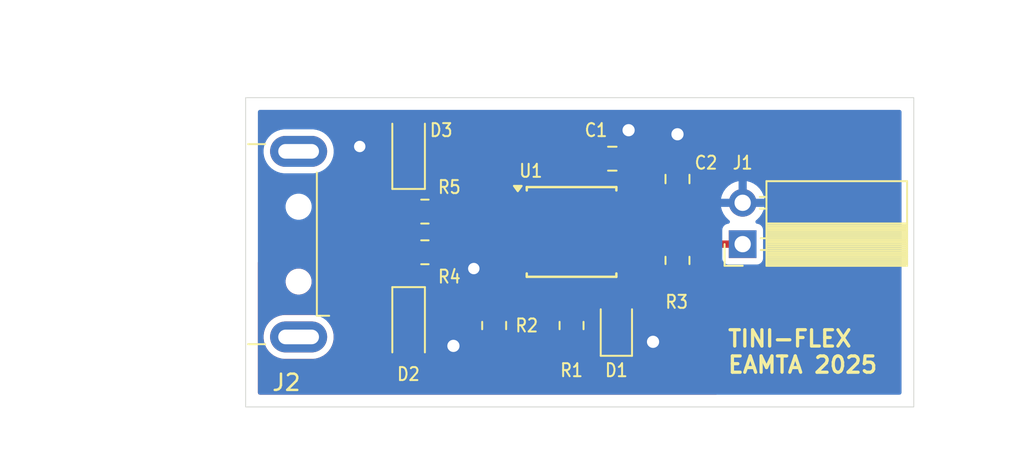
<source format=kicad_pcb>
(kicad_pcb (version 20240108) (generator "pcbnew") (generator_version "8.0")
  (title_block (title "TINI Flex - Lectura de sensor flex por USB con Attiny85") (date "2025-02-17") (rev "1.1"))
  (layers (0 "F.Cu" signal "1-F.Cu") (31 "B.Cu" signal "2-B.Cu") (34 "B.Paste" user) (35 "F.Paste" user) (36 "B.SilkS" user "B.Silkscreen") (37 "F.SilkS" user "5-F.Silkscreen") (38 "B.Mask" user "4-B.Mask") (39 "F.Mask" user "3-F.Mask") (44 "Edge.Cuts" user))
  (net 0 "")
  (net 1 "GND")
  (net 2 "+5V")
  (net 3 "Net-(U1-XTAL1{slash}PB3)")
  (net 6 "Net-(U1-XTAL2{slash}PB4)")
  (net 8 "Net-(J1-Pin_1)")
  (net 9 "Net-(D1-A)")
  (net 10 "Net-(D2-K)")
  (net 11 "Net-(D3-K)")
  (footprint "Connector_USB:USB_A_CNCTech_1001-011-01101_Horizontal" (layer "F.Cu") (at 175.35 111 180)
    (property "Reference" "J2" (at -6.15 -8.5 180) (layer "F.SilkS"))
    (property "Value" "USB_A")
    (fp_line (start -4.85 6.145) (end -3.8 6.145) (stroke (width 0.12)) (layer "F.SilkS"))
    (fp_line (start -4.85 -6.145) (end -3.8 -6.145) (stroke (width 0.12)) (layer "F.SilkS"))
    (fp_line (start -8.02 -4.4) (end -8.02 4.4) (stroke (width 0.12)) (layer "F.SilkS"))
    (fp_line (start -8.02 -4.4) (end -8.775 -4.4) (stroke (width 0.12)) (layer "F.SilkS"))
    (pad "" np_thru_hole circle (at -6.9 -2.3 180) (size 1.1 1.1) (drill 1.1) (layers "*.Cu" "*.Mask"))
    (pad "" np_thru_hole circle (at -6.9 2.3 180) (size 1.1 1.1) (drill 1.1) (layers "*.Cu" "*.Mask"))
    (pad "1" smd rect (at -9.65 -3.5 180) (size 2.5 1.1) (layers "F.Cu" "F.Paste" "F.Mask") (net 2 "+5V"))
    (pad "2" smd rect (at -9.65 -1 180) (size 2.5 1.1) (layers "F.Cu" "F.Paste" "F.Mask") (net 10 "Net-(D2-K)"))
    (pad "3" smd rect (at -9.65 1 180) (size 2.5 1.1) (layers "F.Cu" "F.Paste" "F.Mask") (net 11 "Net-(D3-K)"))
    (pad "4" smd rect (at -9.65 3.5 180) (size 2.5 1.1) (layers "F.Cu" "F.Paste" "F.Mask") (net 1 "GND"))
    (pad "5" thru_hole oval (at -6.9 -5.7 180) (size 3.5 1.9) (drill oval 2.5 0.9) (layers "*.Cu" "*.Mask"))
    (pad "5" thru_hole oval (at -6.9 5.7 180) (size 3.5 1.9) (drill oval 2.5 0.9) (layers "*.Cu" "*.Mask"))
  )
  (footprint "Resistor_SMD:R_0805_2012Metric_Pad1.20x1.40mm_HandSolder" (layer "F.Cu") (at 205.5 112 -90)
    (property "Reference" "R3" (at 2.55 0.05 180) (layer "F.SilkS") (effects (font (size 0.8 0.7) (thickness 0.12) (bold yes))))
    (property "Value" "1K5")
    (fp_line (start -0.227064 0.735) (end 0.227064 0.735) (stroke (width 0.12)) (layer "F.SilkS"))
    (fp_line (start -0.227064 -0.735) (end 0.227064 -0.735) (stroke (width 0.12)) (layer "F.SilkS"))
    (pad "1" smd roundrect (at -1 0 270) (size 1.2 1.4) (layers "F.Cu" "F.Paste" "F.Mask") (roundrect_rratio 0.208333) (net 8 "Net-(J1-Pin_1)"))
    (pad "2" smd roundrect (at 1 0 270) (size 1.2 1.4) (layers "F.Cu" "F.Paste" "F.Mask") (roundrect_rratio 0.208333) (net 2 "+5V"))
  )
  (footprint "Diode_SMD:D_SOD-123" (layer "F.Cu") (at 189 116 -90)
    (property "Reference" "D2" (at 2.9856 0.0122 0) (layer "F.SilkS") (effects (font (size 0.8 0.7) (thickness 0.12) (bold yes))))
    (property "Value" "3V6")
    (fp_line (start -2.36 1) (end 1.65 1) (stroke (width 0.12)) (layer "F.SilkS"))
    (fp_line (start -2.36 -1) (end -2.36 1) (stroke (width 0.12)) (layer "F.SilkS"))
    (fp_line (start -2.36 -1) (end 1.65 -1) (stroke (width 0.12)) (layer "F.SilkS"))
    (pad "1" smd roundrect (at -1.65 0 270) (size 0.9 1.2) (layers "F.Cu" "F.Paste" "F.Mask") (net 10 "Net-(D2-K)"))
    (pad "2" smd roundrect (at 1.65 0 270) (size 0.9 1.2) (layers "F.Cu" "F.Paste" "F.Mask") (net 1 "GND"))
  )
  (footprint "Resistor_SMD:R_0805_2012Metric_Pad1.20x1.40mm_HandSolder" (layer "F.Cu") (at 194.25 116 90)
    (property "Reference" "R2" (at 0 2 0) (layer "F.SilkS") (effects (font (size 0.8 0.7) (thickness 0.12) (bold yes))))
    (property "Value" "1K5")
    (fp_line (start -0.227064 -0.735) (end 0.227064 -0.735) (stroke (width 0.12)) (layer "F.SilkS"))
    (fp_line (start -0.227064 0.735) (end 0.227064 0.735) (stroke (width 0.12)) (layer "F.SilkS"))
    (pad "1" smd roundrect (at -1 0 90) (size 1.2 1.4) (layers "F.Cu" "F.Paste" "F.Mask") (roundrect_rratio 0.208333) (net 2 "+5V"))
    (pad "2" smd roundrect (at 1 0 90) (size 1.2 1.4) (layers "F.Cu" "F.Paste" "F.Mask") (roundrect_rratio 0.208333) (net 10 "Net-(D2-K)"))
  )
  (footprint "LED_SMD:LED_0805_2012Metric_Pad1.15x1.40mm_HandSolder" (layer "F.Cu") (at 201.75 116 90)
    (property "Reference" "D1" (at -2.75 0 0) (layer "F.SilkS") (effects (font (size 0.8 0.7) (thickness 0.12) (bold yes))))
    (property "Value" "LED ROJO" (hide yes))
    (fp_line (start 1 -0.96) (end -1.86 -0.96) (stroke (width 0.12)) (layer "F.SilkS"))
    (fp_line (start -1.86 -0.96) (end -1.86 0.96) (stroke (width 0.12)) (layer "F.SilkS"))
    (fp_line (start -1.86 0.96) (end 1 0.96) (stroke (width 0.12)) (layer "F.SilkS"))
    (pad "1" smd roundrect (at -1.025 0 90) (size 1.15 1.4) (layers "F.Cu" "F.Paste" "F.Mask") (roundrect_rratio 0.217391) (net 1 "GND"))
    (pad "2" smd roundrect (at 1.025 0 90) (size 1.15 1.4) (layers "F.Cu" "F.Paste" "F.Mask") (roundrect_rratio 0.217391) (net 9 "Net-(D1-A)"))
  )
  (footprint "Capacitor_SMD:C_0805_2012Metric_Pad1.18x1.45mm_HandSolder" (layer "F.Cu") (at 201.5 105.75)
    (property "Reference" "C1" (at -1 -1.75 0) (layer "F.SilkS") (effects (font (size 0.8 0.7) (thickness 0.12) (bold yes))))
    (property "Value" "0.1 uF")
    (fp_line (start -0.261252 -0.735) (end 0.261252 -0.735) (stroke (width 0.12)) (layer "F.SilkS"))
    (fp_line (start -0.261252 0.735) (end 0.261252 0.735) (stroke (width 0.12)) (layer "F.SilkS"))
    (pad "1" smd roundrect (at -1.0375 0) (size 1.175 1.45) (layers "F.Cu" "F.Paste" "F.Mask") (roundrect_rratio 0.212766) (net 2 "+5V"))
    (pad "2" smd roundrect (at 1.0375 0) (size 1.175 1.45) (layers "F.Cu" "F.Paste" "F.Mask") (roundrect_rratio 0.212766) (net 1 "GND"))
  )
  (footprint "Capacitor_SMD:C_0805_2012Metric_Pad1.18x1.45mm_HandSolder" (layer "F.Cu") (at 205.5 107 90)
    (property "Reference" "C2" (at 1 1.75 180) (layer "F.SilkS") (effects (font (size 0.8 0.7) (thickness 0.12) (bold yes))))
    (property "Value" "1uf" (hide yes))
    (fp_line (start -0.261252 -0.735) (end 0.261252 -0.735) (stroke (width 0.12)) (layer "F.SilkS"))
    (fp_line (start -0.261252 0.735) (end 0.261252 0.735) (stroke (width 0.12)) (layer "F.SilkS"))
    (pad "1" smd roundrect (at -1.0375 0 90) (size 1.175 1.45) (layers "F.Cu" "F.Paste" "F.Mask") (roundrect_rratio 0.212766) (net 8 "Net-(J1-Pin_1)"))
    (pad "2" smd roundrect (at 1.0375 0 90) (size 1.175 1.45) (layers "F.Cu" "F.Paste" "F.Mask") (roundrect_rratio 0.212766) (net 1 "GND"))
  )
  (footprint "Resistor_SMD:R_0805_2012Metric_Pad1.20x1.40mm_HandSolder" (layer "F.Cu") (at 199 116 -90)
    (property "Reference" "R1" (at 2.75 0 180) (layer "F.SilkS") (effects (font (size 0.8 0.7) (thickness 0.12) (bold yes))))
    (property "Value" "220")
    (fp_line (start -0.227064 0.735) (end 0.227064 0.735) (stroke (width 0.12)) (layer "F.SilkS"))
    (fp_line (start -0.227064 -0.735) (end 0.227064 -0.735) (stroke (width 0.12)) (layer "F.SilkS"))
    (pad "1" smd roundrect (at -1 0 270) (size 1.2 1.4) (layers "F.Cu" "F.Paste" "F.Mask") (roundrect_rratio 0.208333) (net 9 "Net-(D1-A)"))
    (pad "2" smd roundrect (at 1 0 270) (size 1.2 1.4) (layers "F.Cu" "F.Paste" "F.Mask") (roundrect_rratio 0.208333) (net 2 "+5V"))
  )
  (footprint "Resistor_SMD:R_0805_2012Metric_Pad1.20x1.40mm_HandSolder" (layer "F.Cu") (at 190 111.5)
    (property "Reference" "R4" (at 1.5 1.5 180) (layer "F.SilkS") (effects (font (size 0.8 0.7) (thickness 0.12) (bold yes))))
    (property "Value" "68R")
    (fp_line (start -0.227064 -0.735) (end 0.227064 -0.735) (stroke (width 0.12)) (layer "F.SilkS"))
    (fp_line (start -0.227064 0.735) (end 0.227064 0.735) (stroke (width 0.12)) (layer "F.SilkS"))
    (pad "1" smd roundrect (at -1 0) (size 1.2 1.4) (layers "F.Cu" "F.Paste" "F.Mask") (roundrect_rratio 0.208333) (net 10 "Net-(D2-K)"))
    (pad "2" smd roundrect (at 1 0) (size 1.2 1.4) (layers "F.Cu" "F.Paste" "F.Mask") (roundrect_rratio 0.208333) (net 3 "Net-(U1-XTAL1{slash}PB3)"))
  )
  (footprint "Diode_SMD:D_SOD-123" (layer "F.Cu") (at 189 105.25 90)
    (property "Reference" "D3" (at 1.25 2 180) (layer "F.SilkS") (effects (font (size 0.8 0.7) (thickness 0.12) (bold yes))))
    (property "Value" "3V6")
    (fp_line (start -2.36 -1) (end 1.65 -1) (stroke (width 0.12)) (layer "F.SilkS"))
    (fp_line (start -2.36 -1) (end -2.36 1) (stroke (width 0.12)) (layer "F.SilkS"))
    (fp_line (start -2.36 1) (end 1.65 1) (stroke (width 0.12)) (layer "F.SilkS"))
    (pad "1" smd roundrect (at -1.65 0 90) (size 0.9 1.2) (layers "F.Cu" "F.Paste" "F.Mask") (net 11 "Net-(D3-K)"))
    (pad "2" smd roundrect (at 1.65 0 90) (size 0.9 1.2) (layers "F.Cu" "F.Paste" "F.Mask") (net 1 "GND"))
  )
  (footprint "Package_SO:SOIC-8W_5.3x5.3mm_P1.27mm" (layer "F.Cu") (at 199 110.25)
    (property "Reference" "U1" (at -2.5 -3.75 0) (layer "F.SilkS") (effects (font (size 0.8 0.7) (thickness 0.12) (bold yes))))
    (property "Value" "ATtiny85-20SF" (hide yes))
    (fp_line (start -2.75 -2.755) (end -2.75 -2.55) (stroke (width 0.15)) (layer "F.SilkS"))
    (fp_line (start -2.75 -2.755) (end 2.75 -2.755) (stroke (width 0.15)) (layer "F.SilkS"))
    (fp_line (start -2.75 2.755) (end -2.75 2.55) (stroke (width 0.15)) (layer "F.SilkS"))
    (fp_line (start -2.75 2.755) (end 2.75 2.755) (stroke (width 0.15)) (layer "F.SilkS"))
    (fp_line (start 2.75 -2.755) (end 2.75 -2.55) (stroke (width 0.15)) (layer "F.SilkS"))
    (fp_line (start 2.75 2.755) (end 2.75 2.55) (stroke (width 0.15)) (layer "F.SilkS"))
    (fp_poly (pts (xy -3.3 -2.5) (xy -3.54 -2.83) (xy -3.06 -2.83) (xy -3.3 -2.5)) (stroke (width 0.12)) (fill solid) (layer "F.SilkS"))
    (pad "1" smd rect (at -3.65 -1.905) (size 1.7 0.65) (layers "F.Cu" "F.Paste" "F.Mask"))
    (pad "2" smd rect (at -3.65 -0.635) (size 1.7 0.65) (layers "F.Cu" "F.Paste" "F.Mask") (net 3 "Net-(U1-XTAL1{slash}PB3)"))
    (pad "3" smd rect (at -3.65 0.635) (size 1.7 0.65) (layers "F.Cu" "F.Paste" "F.Mask") (net 6 "Net-(U1-XTAL2{slash}PB4)"))
    (pad "4" smd rect (at -3.65 1.905) (size 1.7 0.65) (layers "F.Cu" "F.Paste" "F.Mask") (net 1 "GND"))
    (pad "5" smd rect (at 3.65 1.905) (size 1.7 0.65) (layers "F.Cu" "F.Paste" "F.Mask"))
    (pad "6" smd rect (at 3.65 0.635) (size 1.7 0.65) (layers "F.Cu" "F.Paste" "F.Mask"))
    (pad "7" smd rect (at 3.65 -0.635) (size 1.7 0.65) (layers "F.Cu" "F.Paste" "F.Mask") (net 8 "Net-(J1-Pin_1)"))
    (pad "8" smd rect (at 3.65 -1.905) (size 1.7 0.65) (layers "F.Cu" "F.Paste" "F.Mask") (net 2 "+5V"))
  )
  (footprint "Connector_PinSocket_2.54mm:PinSocket_1x02_P2.54mm_Horizontal" (layer "F.Cu") (at 209.5 111 180)
    (property "Reference" "J1" (at 0 5 0) (layer "F.SilkS") (effects (font (size 0.8 0.7) (thickness 0.12) (bold yes))))
    (property "Value" "Conn_01x02" (hide yes))
    (fp_line (start 1.11 -1.33) (end 1.11 0) (stroke (width 0.12)) (layer "F.SilkS"))
    (fp_line (start 0 -1.33) (end 1.11 -1.33) (stroke (width 0.12)) (layer "F.SilkS"))
    (fp_line (start -1.46 2.9) (end -1.05 2.9) (stroke (width 0.12)) (layer "F.SilkS"))
    (fp_line (start -1.46 2.18) (end -1.05 2.18) (stroke (width 0.12)) (layer "F.SilkS"))
    (fp_line (start -1.46 0.36) (end -1.11 0.36) (stroke (width 0.12)) (layer "F.SilkS"))
    (fp_line (start -1.46 -0.36) (end -1.11 -0.36) (stroke (width 0.12)) (layer "F.SilkS"))
    (fp_line (start -1.46 -1.33) (end -1.46 3.87) (stroke (width 0.12)) (layer "F.SilkS"))
    (fp_line (start -10.09 3.87) (end -1.46 3.87) (stroke (width 0.12)) (layer "F.SilkS"))
    (fp_line (start -10.09 1.27) (end -1.46 1.27) (stroke (width 0.12)) (layer "F.SilkS"))
    (fp_line (start -10.09 1.1519) (end -1.46 1.1519) (stroke (width 0.12)) (layer "F.SilkS"))
    (fp_line (start -10.09 1.033805) (end -1.46 1.033805) (stroke (width 0.12)) (layer "F.SilkS"))
    (fp_line (start -10.09 0.91571) (end -1.46 0.91571) (stroke (width 0.12)) (layer "F.SilkS"))
    (fp_line (start -10.09 0.797615) (end -1.46 0.797615) (stroke (width 0.12)) (layer "F.SilkS"))
    (fp_line (start -10.09 0.67952) (end -1.46 0.67952) (stroke (width 0.12)) (layer "F.SilkS"))
    (fp_line (start -10.09 0.561425) (end -1.46 0.561425) (stroke (width 0.12)) (layer "F.SilkS"))
    (fp_line (start -10.09 0.44333) (end -1.46 0.44333) (stroke (width 0.12)) (layer "F.SilkS"))
    (fp_line (start -10.09 0.325235) (end -1.46 0.325235) (stroke (width 0.12)) (layer "F.SilkS"))
    (fp_line (start -10.09 0.20714) (end -1.46 0.20714) (stroke (width 0.12)) (layer "F.SilkS"))
    (fp_line (start -10.09 0.089045) (end -1.46 0.089045) (stroke (width 0.12)) (layer "F.SilkS"))
    (fp_line (start -10.09 -0.02905) (end -1.46 -0.02905) (stroke (width 0.12)) (layer "F.SilkS"))
    (fp_line (start -10.09 -0.147145) (end -1.46 -0.147145) (stroke (width 0.12)) (layer "F.SilkS"))
    (fp_line (start -10.09 -0.26524) (end -1.46 -0.26524) (stroke (width 0.12)) (layer "F.SilkS"))
    (fp_line (start -10.09 -0.383335) (end -1.46 -0.383335) (stroke (width 0.12)) (layer "F.SilkS"))
    (fp_line (start -10.09 -0.50143) (end -1.46 -0.50143) (stroke (width 0.12)) (layer "F.SilkS"))
    (fp_line (start -10.09 -0.619525) (end -1.46 -0.619525) (stroke (width 0.12)) (layer "F.SilkS"))
    (fp_line (start -10.09 -0.73762) (end -1.46 -0.73762) (stroke (width 0.12)) (layer "F.SilkS"))
    (fp_line (start -10.09 -0.855715) (end -1.46 -0.855715) (stroke (width 0.12)) (layer "F.SilkS"))
    (fp_line (start -10.09 -0.97381) (end -1.46 -0.97381) (stroke (width 0.12)) (layer "F.SilkS"))
    (fp_line (start -10.09 -1.091905) (end -1.46 -1.091905) (stroke (width 0.12)) (layer "F.SilkS"))
    (fp_line (start -10.09 -1.21) (end -1.46 -1.21) (stroke (width 0.12)) (layer "F.SilkS"))
    (fp_line (start -10.09 -1.33) (end -1.46 -1.33) (stroke (width 0.12)) (layer "F.SilkS"))
    (fp_line (start -10.09 -1.33) (end -10.09 3.87) (stroke (width 0.12)) (layer "F.SilkS"))
    (pad "1" thru_hole rect (at 0 0 180) (size 1.7 1.7) (drill 1) (layers "*.Cu" "*.Mask") (net 8 "Net-(J1-Pin_1)"))
    (pad "2" thru_hole oval (at 0 2.54 180) (size 1.7 1.7) (drill 1) (layers "*.Cu" "*.Mask") (net 1 "GND"))
  )
  (footprint "Resistor_SMD:R_0805_2012Metric_Pad1.20x1.40mm_HandSolder" (layer "F.Cu") (at 190 109)
    (property "Reference" "R5" (at 1.5 -1.5 180) (layer "F.SilkS") (effects (font (size 0.8 0.7) (thickness 0.12) (bold yes))))
    (property "Value" "68R")
    (fp_line (start -0.227064 -0.735) (end 0.227064 -0.735) (stroke (width 0.12)) (layer "F.SilkS"))
    (fp_line (start -0.227064 0.735) (end 0.227064 0.735) (stroke (width 0.12)) (layer "F.SilkS"))
    (pad "1" smd roundrect (at -1 0) (size 1.2 1.4) (layers "F.Cu" "F.Paste" "F.Mask") (roundrect_rratio 0.208333) (net 11 "Net-(D3-K)"))
    (pad "2" smd roundrect (at 1 0) (size 1.2 1.4) (layers "F.Cu" "F.Paste" "F.Mask") (roundrect_rratio 0.208333) (net 6 "Net-(U1-XTAL2{slash}PB4)"))
  )
  (gr_rect (start 179 102) (end 220 121) (stroke (width 0.05)) (fill none) (layer "Edge.Cuts"))
  (gr_text "TINI-FLEX\nEAMTA 2025" (at 208.5 119 0) (layer "F.SilkS") (effects (font (size 1 1) (thickness 0.2) (bold yes)) (justify left bottom)))
  (segment (start 187.4 103.6) (end 186 105) (width 0.45) (layer "F.Cu") (net 1))
  (segment (start 205.5 105.9625) (end 205.5 104.25) (width 0.4) (layer "F.Cu") (net 1))
  (segment (start 189 117.65) (end 191.35 117.65) (width 0.4) (layer "F.Cu") (net 1))
  (segment (start 201.75 117.025) (end 203.975 117.025) (width 0.4) (layer "F.Cu") (net 1))
  (segment (start 202.5375 105.75) (end 202.5375 104.0375) (width 0.4) (layer "F.Cu") (net 1))
  (segment (start 203.975 117.025) (end 204 117) (width 0.4) (layer "F.Cu") (net 1))
  (segment (start 202.5375 104.0375) (end 202.5 104) (width 0.4) (layer "F.Cu") (net 1))
  (segment (start 193.345 112.155) (end 193 112.5) (width 0.4) (layer "F.Cu") (net 1))
  (segment (start 186 105) (end 185 106) (width 0.45) (layer "F.Cu") (net 1))
  (segment (start 189 103.6) (end 187.4 103.6) (width 0.45) (layer "F.Cu") (net 1))
  (segment (start 191.35 117.65) (end 191.75 117.25) (width 0.4) (layer "F.Cu") (net 1))
  (segment (start 185 106) (end 185 107.5) (width 0.45) (layer "F.Cu") (net 1))
  (segment (start 195.35 112.155) (end 193.345 112.155) (width 0.4) (layer "F.Cu") (net 1))
  (via (at 191.75 117.25) (size 1.5) (drill 0.75) (layers "F.Cu" "B.Cu") (net 1))
  (via (at 202.5 104) (size 1.5) (drill 0.75) (layers "F.Cu" "B.Cu") (net 1))
  (via (at 186 105) (size 1.5) (drill 0.7) (layers "F.Cu" "B.Cu") (net 1))
  (via (at 205.5 104.25) (size 1.5) (drill 0.75) (layers "F.Cu" "B.Cu") (net 1))
  (via (at 193 112.5) (size 1.5) (drill 0.7) (layers "F.Cu" "B.Cu") (net 1))
  (via (at 204 117) (size 1.5) (drill 0.75) (layers "F.Cu" "B.Cu") (net 1))
  (segment (start 200.4625 107.4075) (end 201.4 108.345) (width 0.4) (layer "F.Cu") (net 2))
  (segment (start 205.5 117.75) (end 205.5 113) (width 0.6) (layer "F.Cu") (net 2))
  (segment (start 202.65 108.345) (end 201.4 108.345) (width 0.4) (layer "F.Cu") (net 2))
  (segment (start 185 117.25) (end 185 114.5) (width 0.6) (layer "F.Cu") (net 2))
  (segment (start 197 119.25) (end 198 119.25) (width 0.6) (layer "F.Cu") (net 2))
  (segment (start 200.4625 105.75) (end 200.4625 107.4075) (width 0.4) (layer "F.Cu") (net 2))
  (segment (start 194.25 119.25) (end 197 119.25) (width 0.6) (layer "F.Cu") (net 2))
  (segment (start 199 117) (end 199 119.25) (width 0.45) (layer "F.Cu") (net 2))
  (segment (start 204 119.25) (end 205.5 117.75) (width 0.6) (layer "F.Cu") (net 2))
  (segment (start 187 119.25) (end 194.25 119.25) (width 0.6) (layer "F.Cu") (net 2))
  (segment (start 187 119.25) (end 185 117.25) (width 0.6) (layer "F.Cu") (net 2))
  (segment (start 201.4 108.345) (end 197 112.745) (width 0.4) (layer "F.Cu") (net 2))
  (segment (start 198 119.25) (end 199 119.25) (width 0.6) (layer "F.Cu") (net 2))
  (segment (start 199 119.25) (end 204 119.25) (width 0.6) (layer "F.Cu") (net 2))
  (segment (start 197 112.745) (end 197 119.25) (width 0.4) (layer "F.Cu") (net 2))
  (segment (start 194.25 117) (end 194.25 119.25) (width 0.45) (layer "F.Cu") (net 2))
  (segment (start 192.75 107.5) (end 194 106.25) (width 0.4) (layer "F.Cu") (net 3))
  (segment (start 196.5 106.25) (end 197.75 107.5) (width 0.4) (layer "F.Cu") (net 3))
  (segment (start 194 106.25) (end 196.5 106.25) (width 0.4) (layer "F.Cu") (net 3))
  (segment (start 192.75 110.75) (end 192.75 107.5) (width 0.4) (layer "F.Cu") (net 3))
  (segment (start 191 111.5) (end 192 111.5) (width 0.4) (layer "F.Cu") (net 3))
  (segment (start 196.885 109.615) (end 195.35 109.615) (width 0.4) (layer "F.Cu") (net 3))
  (segment (start 197.75 107.5) (end 197.75 108.75) (width 0.4) (layer "F.Cu") (net 3))
  (segment (start 197.75 108.75) (end 196.885 109.615) (width 0.4) (layer "F.Cu") (net 3))
  (segment (start 192 111.5) (end 192.75 110.75) (width 0.4) (layer "F.Cu") (net 3))
  (segment (start 191 109) (end 191 107.61863) (width 0.4) (layer "F.Cu") (net 6))
  (segment (start 193.36863 105.25) (end 197 105.25) (width 0.4) (layer "F.Cu") (net 6))
  (segment (start 198.75 109.25) (end 197.115 110.885) (width 0.4) (layer "F.Cu") (net 6))
  (segment (start 198.75 107) (end 198.75 109.25) (width 0.4) (layer "F.Cu") (net 6))
  (segment (start 197 105.25) (end 198.75 107) (width 0.4) (layer "F.Cu") (net 6))
  (segment (start 197.115 110.885) (end 195.35 110.885) (width 0.4) (layer "F.Cu") (net 6))
  (segment (start 191 107.61863) (end 193.36863 105.25) (width 0.4) (layer "F.Cu") (net 6))
  (segment (start 202.65 109.615) (end 203.9225 109.615) (width 0.45) (layer "F.Cu") (net 8))
  (segment (start 204.115 109.615) (end 202.65 109.615) (width 0.45) (layer "F.Cu") (net 8))
  (segment (start 209.5 111) (end 205.5 111) (width 0.45) (layer "F.Cu") (net 8))
  (segment (start 203.9225 109.615) (end 205.5 108.0375) (width 0.45) (layer "F.Cu") (net 8))
  (segment (start 205.5 111) (end 204.115 109.615) (width 0.45) (layer "F.Cu") (net 8))
  (segment (start 201.725 115) (end 201.75 114.975) (width 0.45) (layer "F.Cu") (net 9))
  (segment (start 199 115) (end 201.725 115) (width 0.45) (layer "F.Cu") (net 9))
  (segment (start 189 111.5) (end 189 114.35) (width 0.5) (layer "F.Cu") (net 10))
  (segment (start 187 112) (end 185 112) (width 0.5) (layer "F.Cu") (net 10))
  (segment (start 187.5 111.5) (end 189 111.5) (width 0.5) (layer "F.Cu") (net 10))
  (segment (start 191.6 114.35) (end 192.25 115) (width 0.5) (layer "F.Cu") (net 10))
  (segment (start 187 112) (end 187.5 111.5) (width 0.5) (layer "F.Cu") (net 10))
  (segment (start 189 114.35) (end 191.6 114.35) (width 0.5) (layer "F.Cu") (net 10))
  (segment (start 192.25 115) (end 194.25 115) (width 0.5) (layer "F.Cu") (net 10))
  (segment (start 186.5 110) (end 185 110) (width 0.5) (layer "F.Cu") (net 11))
  (segment (start 187.5 109) (end 189 109) (width 0.5) (layer "F.Cu") (net 11))
  (segment (start 189 109) (end 189 106.9) (width 0.5) (layer "F.Cu") (net 11))
  (segment (start 186.5 110) (end 187.5 109) (width 0.5) (layer "F.Cu") (net 11))
  (zone (net 2) (net_name "+5V") (layer "F.Cu") (priority 1) (connect_pads (clearance 0)) (min_thickness 0.25) (fill yes (thermal_gap 0.5) (thermal_bridge_width 0.5))
    (polygon (pts (xy 175 112) (xy 208 112) (xy 208 125) (xy 175 125)))
  )
  (zone (net 1) (net_name "GND") (layer "B.Cu") (connect_pads (clearance 0)) (min_thickness 0.25) (fill yes (thermal_gap 0.5) (thermal_bridge_width 0.5))
    (polygon (pts (xy 177 100) (xy 226 100) (xy 226 123) (xy 177 123)))
  )
)
</source>
